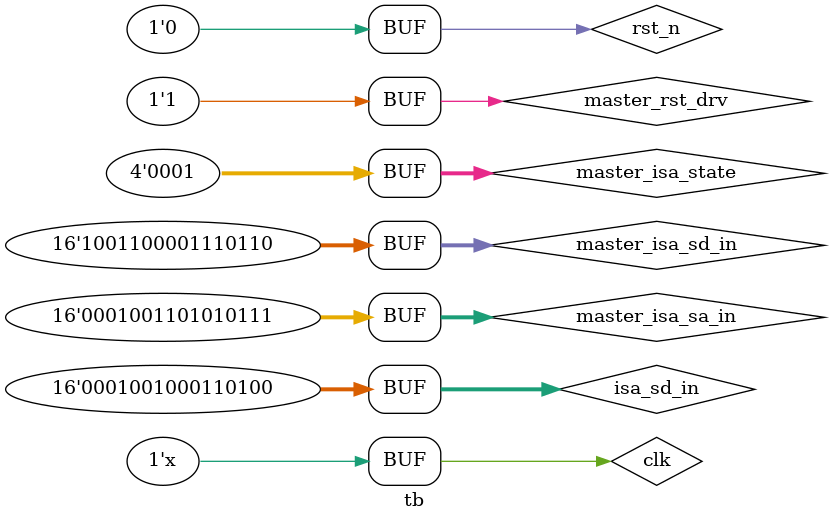
<source format=v>
`timescale 1ns / 1ps


module tb(
    );
    
    localparam Period       = (20/2);//50MHz
    localparam IDLE 		= 4'b0000;
    localparam ISA_WRITE    = 4'b0001;
    localparam ISA_READ     = 4'b0010;
    
	reg    clk;
    reg    rst_n;
    wire    [15:0]  isa_sa;
    wire            isa_iow;
    wire            isa_ior;
    
    reg             isa_sd_dir;
    reg    [15:0]   isa_sd_in;
    wire   [15:0]   isa_sd_out;
    wire   [15:0]   isa_sd;
    
    assign isa_sd_out = (isa_sd_dir==0) ? isa_sd:16'bz;
    assign isa_sd = (isa_sd_dir==1) ? isa_sd_in:16'bz;
    
    
    wire            isa_rst_drv;    //
    wire            isa_aen;        //
    reg            iocs16;

    //Signal to NiosII
    reg            master_rst_drv;        //
    reg    [3:0]    master_isa_state;
    reg    [15:0]    master_isa_sa_in;
    reg    [15:0]    master_isa_sd_in;
    wire    [15:0]    slave_isa_rd_data;
    wire    [15:0]    isa_status;
  
    
    initial begin
        clk <= 1'b0;
        rst_n <= 1'b0;
        master_rst_drv <= 1'b0;
        master_isa_state <= IDLE;
        isa_sd_in <= 16'h1234;
        
        #(Period*2*6) clk <= 1'b1;
        master_rst_drv <= 1'b1;
        master_isa_state <= ISA_WRITE;
        master_isa_sa_in <= 16'h1357;
        master_isa_sd_in <= 16'h9876;
        
    end
    
    always #Period clk = ~clk;
    
ISA_Controller U0(
        .clk(clk),
        .rst_n(rst_n),
        .isa_sa(isa_sa),
        .isa_iow(isa_iow),
        .isa_ior(isa_ior),
        .isa_sd(isa_sd),
        .iocs16(iocs16),
        .isa_rst_drv(isa_rst_drv),
        .isa_aen(isa_aen),
        .master_rst_drv(master_rst_drv),
        .master_isa_state(master_isa_state),
        .master_isa_sa_in(master_isa_sa_in),
        .master_isa_sd_in(master_isa_sd_in),
        .slave_isa_rd_data(slave_isa_rd_data),
        .isa_status(isa_status)
    );
    
    
endmodule

</source>
